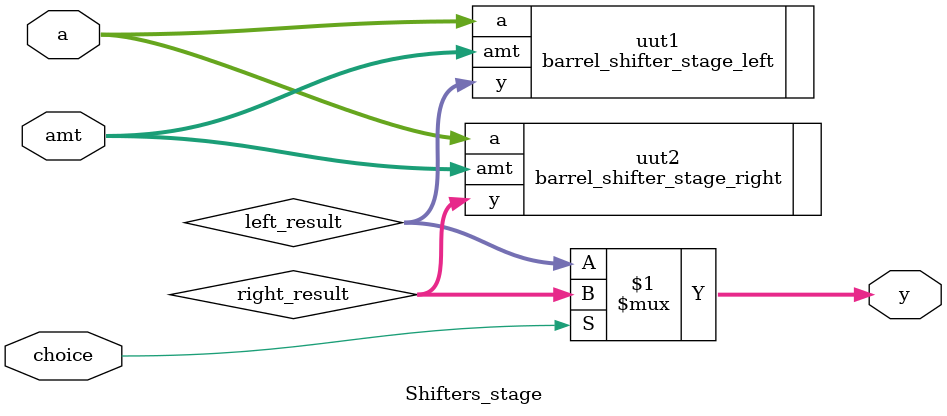
<source format=v>
module Shifters_stage(
    input wire [7:0] a,
    input wire [2:0] amt,
    input wire choice,
    output wire [7:0] y
    );
    
    wire [7:0] left_result;
    wire [7:0] right_result;    
    
    barrel_shifter_stage_left uut1(
        .a(a),
        .amt(amt),
        .y(left_result)
    );
    
    barrel_shifter_stage_right uut2(
        .a(a),
        .amt(amt),
        .y(right_result)
    );
    
    assign y = choice? right_result : left_result;
    
endmodule

</source>
